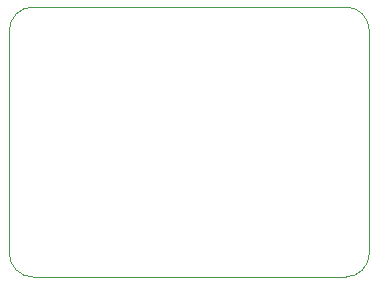
<source format=gko>
%TF.GenerationSoftware,KiCad,Pcbnew,8.0.3*%
%TF.CreationDate,2024-09-03T06:20:47+12:00*%
%TF.ProjectId,to-252-2,746f2d32-3532-42d3-922e-6b696361645f,rev?*%
%TF.SameCoordinates,Original*%
%TF.FileFunction,Profile,NP*%
%FSLAX46Y46*%
G04 Gerber Fmt 4.6, Leading zero omitted, Abs format (unit mm)*
G04 Created by KiCad (PCBNEW 8.0.3) date 2024-09-03 06:20:47*
%MOMM*%
%LPD*%
G01*
G04 APERTURE LIST*
%TA.AperFunction,Profile*%
%ADD10C,0.050000*%
%TD*%
G04 APERTURE END LIST*
D10*
X86900000Y-102400000D02*
G75*
G02*
X84900000Y-100400000I0J2000000D01*
G01*
X113380000Y-79540000D02*
G75*
G02*
X115380000Y-81540000I0J-2000000D01*
G01*
X86900000Y-79540000D02*
X113380000Y-79540000D01*
X113380000Y-102400000D02*
X86900000Y-102400000D01*
X84900000Y-100400000D02*
X84900000Y-81540000D01*
X115380000Y-100400000D02*
G75*
G02*
X113380000Y-102400000I-2000000J0D01*
G01*
X115380000Y-81540000D02*
X115380000Y-100400000D01*
X84900000Y-81540000D02*
G75*
G02*
X86900000Y-79540000I2000000J0D01*
G01*
M02*

</source>
